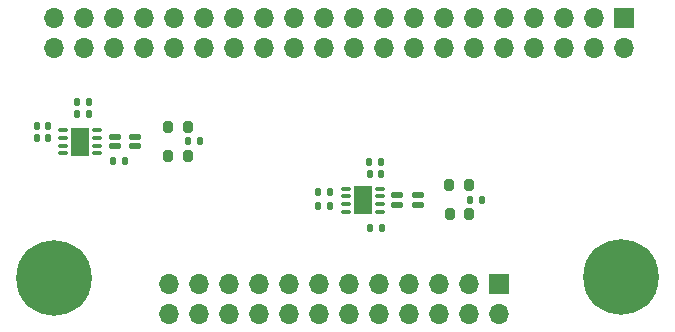
<source format=gbr>
%TF.GenerationSoftware,KiCad,Pcbnew,8.0.3*%
%TF.CreationDate,2024-07-12T22:27:25+02:00*%
%TF.ProjectId,HatV5,48617456-352e-46b6-9963-61645f706362,V2*%
%TF.SameCoordinates,Original*%
%TF.FileFunction,Soldermask,Bot*%
%TF.FilePolarity,Negative*%
%FSLAX46Y46*%
G04 Gerber Fmt 4.6, Leading zero omitted, Abs format (unit mm)*
G04 Created by KiCad (PCBNEW 8.0.3) date 2024-07-12 22:27:25*
%MOMM*%
%LPD*%
G01*
G04 APERTURE LIST*
G04 Aperture macros list*
%AMRoundRect*
0 Rectangle with rounded corners*
0 $1 Rounding radius*
0 $2 $3 $4 $5 $6 $7 $8 $9 X,Y pos of 4 corners*
0 Add a 4 corners polygon primitive as box body*
4,1,4,$2,$3,$4,$5,$6,$7,$8,$9,$2,$3,0*
0 Add four circle primitives for the rounded corners*
1,1,$1+$1,$2,$3*
1,1,$1+$1,$4,$5*
1,1,$1+$1,$6,$7*
1,1,$1+$1,$8,$9*
0 Add four rect primitives between the rounded corners*
20,1,$1+$1,$2,$3,$4,$5,0*
20,1,$1+$1,$4,$5,$6,$7,0*
20,1,$1+$1,$6,$7,$8,$9,0*
20,1,$1+$1,$8,$9,$2,$3,0*%
G04 Aperture macros list end*
%ADD10C,0.800000*%
%ADD11C,6.400000*%
%ADD12R,1.700000X1.700000*%
%ADD13O,1.700000X1.700000*%
%ADD14RoundRect,0.140000X0.140000X0.170000X-0.140000X0.170000X-0.140000X-0.170000X0.140000X-0.170000X0*%
%ADD15RoundRect,0.140000X-0.140000X-0.170000X0.140000X-0.170000X0.140000X0.170000X-0.140000X0.170000X0*%
%ADD16RoundRect,0.020000X0.430000X-0.180000X0.430000X0.180000X-0.430000X0.180000X-0.430000X-0.180000X0*%
%ADD17RoundRect,0.200000X0.200000X0.275000X-0.200000X0.275000X-0.200000X-0.275000X0.200000X-0.275000X0*%
%ADD18RoundRect,0.135000X-0.135000X-0.185000X0.135000X-0.185000X0.135000X0.185000X-0.135000X0.185000X0*%
%ADD19RoundRect,0.075000X-0.350000X-0.075000X0.350000X-0.075000X0.350000X0.075000X-0.350000X0.075000X0*%
%ADD20R,1.600000X2.400000*%
%ADD21RoundRect,0.200000X-0.200000X-0.275000X0.200000X-0.275000X0.200000X0.275000X-0.200000X0.275000X0*%
%ADD22RoundRect,0.135000X0.135000X0.185000X-0.135000X0.185000X-0.135000X-0.185000X0.135000X-0.185000X0*%
G04 APERTURE END LIST*
D10*
%TO.C,H1*%
X113082400Y-111119400D03*
X113785344Y-109422344D03*
X113785344Y-112816456D03*
X115482400Y-108719400D03*
D11*
X115482400Y-111119400D03*
D10*
X115482400Y-113519400D03*
X117179456Y-109422344D03*
X117179456Y-112816456D03*
X117882400Y-111119400D03*
%TD*%
%TO.C,H2*%
X161140056Y-111064796D03*
X161843000Y-109367740D03*
X161843000Y-112761852D03*
X163540056Y-108664796D03*
D11*
X163540056Y-111064796D03*
D10*
X163540056Y-113464796D03*
X165237112Y-109367740D03*
X165237112Y-112761852D03*
X165940056Y-111064796D03*
%TD*%
D12*
%TO.C,J5*%
X163722400Y-89079400D03*
D13*
X163722400Y-91619400D03*
X161182400Y-89079400D03*
X161182400Y-91619400D03*
X158642400Y-89079400D03*
X158642400Y-91619400D03*
X156102400Y-89079400D03*
X156102400Y-91619400D03*
X153562400Y-89079400D03*
X153562400Y-91619400D03*
X151022400Y-89079400D03*
X151022400Y-91619400D03*
X148482400Y-89079400D03*
X148482400Y-91619400D03*
X145942400Y-89079400D03*
X145942400Y-91619400D03*
X143402400Y-89079400D03*
X143402400Y-91619400D03*
X140862400Y-89079400D03*
X140862400Y-91619400D03*
X138322400Y-89079400D03*
X138322400Y-91619400D03*
X135782400Y-89079400D03*
X135782400Y-91619400D03*
X133242400Y-89079400D03*
X133242400Y-91619400D03*
X130702400Y-89079400D03*
X130702400Y-91619400D03*
X128162400Y-89079400D03*
X128162400Y-91619400D03*
X125622400Y-89079400D03*
X125622400Y-91619400D03*
X123082400Y-89079400D03*
X123082400Y-91619400D03*
X120542400Y-89079400D03*
X120542400Y-91619400D03*
X118002400Y-89079400D03*
X118002400Y-91619400D03*
X115462400Y-89079400D03*
X115462400Y-91619400D03*
%TD*%
D14*
%TO.C,C2*%
X118440778Y-97210822D03*
X117480778Y-97210822D03*
%TD*%
D12*
%TO.C,J6*%
X153142400Y-111619400D03*
D13*
X153142400Y-114159400D03*
X150602400Y-111619400D03*
X150602400Y-114159400D03*
X148062400Y-111619400D03*
X148062400Y-114159400D03*
X145522400Y-111619400D03*
X145522400Y-114159400D03*
X142982400Y-111619400D03*
X142982400Y-114159400D03*
X140442400Y-111619400D03*
X140442400Y-114159400D03*
X137902400Y-111619400D03*
X137902400Y-114159400D03*
X135362400Y-111619400D03*
X135362400Y-114159400D03*
X132822400Y-111619400D03*
X132822400Y-114159400D03*
X130282400Y-111619400D03*
X130282400Y-114159400D03*
X127742400Y-111619400D03*
X127742400Y-114159400D03*
X125202400Y-111619400D03*
X125202400Y-114159400D03*
%TD*%
D14*
%TO.C,C8*%
X138836978Y-104983222D03*
X137876978Y-104983222D03*
%TD*%
D15*
%TO.C,C5*%
X126878778Y-99544000D03*
X127838778Y-99544000D03*
%TD*%
D14*
%TO.C,C7*%
X143177778Y-102290822D03*
X142217778Y-102290822D03*
%TD*%
D16*
%TO.C,FL1*%
X120685400Y-99944000D03*
X120685400Y-99144000D03*
X122385400Y-99144000D03*
X122385400Y-99944000D03*
%TD*%
D17*
%TO.C,R6*%
X150625053Y-103220757D03*
X148975053Y-103220757D03*
%TD*%
D18*
%TO.C,R1*%
X120478600Y-101169600D03*
X121498600Y-101169600D03*
%TD*%
D14*
%TO.C,C6*%
X143149778Y-101274822D03*
X142189778Y-101274822D03*
%TD*%
D19*
%TO.C,U1*%
X116261800Y-100560000D03*
X116261800Y-99910000D03*
X116261800Y-99260000D03*
X116261800Y-98610000D03*
X119161800Y-98610000D03*
X119161800Y-99260000D03*
X119161800Y-99910000D03*
X119161800Y-100560000D03*
D20*
X117711800Y-99585000D03*
%TD*%
D21*
%TO.C,R5*%
X149012778Y-105719822D03*
X150662778Y-105719822D03*
%TD*%
D14*
%TO.C,C3*%
X115014378Y-98201422D03*
X114054378Y-98201422D03*
%TD*%
D21*
%TO.C,R2*%
X125185156Y-100766822D03*
X126835156Y-100766822D03*
%TD*%
D17*
%TO.C,R3*%
X126835156Y-98353822D03*
X125185156Y-98353822D03*
%TD*%
D14*
%TO.C,C4*%
X115014378Y-99217422D03*
X114054378Y-99217422D03*
%TD*%
D15*
%TO.C,C10*%
X150754778Y-104470200D03*
X151714778Y-104470200D03*
%TD*%
D14*
%TO.C,C9*%
X138836978Y-103840222D03*
X137876978Y-103840222D03*
%TD*%
D22*
%TO.C,R4*%
X143261178Y-106913622D03*
X142241178Y-106913622D03*
%TD*%
D14*
%TO.C,C1*%
X118440778Y-96194822D03*
X117480778Y-96194822D03*
%TD*%
D16*
%TO.C,FL2*%
X144570400Y-104911600D03*
X144570400Y-104111600D03*
X146270400Y-104111600D03*
X146270400Y-104911600D03*
%TD*%
D19*
%TO.C,U3*%
X140195400Y-105486200D03*
X140195400Y-104836200D03*
X140195400Y-104186200D03*
X140195400Y-103536200D03*
X143095400Y-103536200D03*
X143095400Y-104186200D03*
X143095400Y-104836200D03*
X143095400Y-105486200D03*
D20*
X141645400Y-104511200D03*
%TD*%
M02*

</source>
